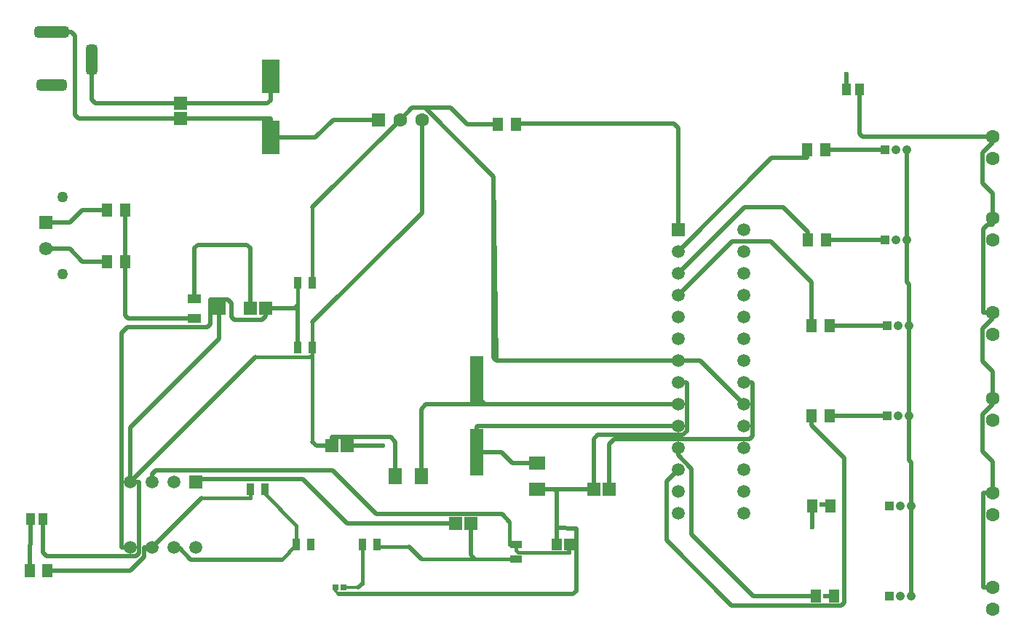
<source format=gtl>
G04*
G04 #@! TF.GenerationSoftware,Altium Limited,Altium Designer,21.2.2 (38)*
G04*
G04 Layer_Physical_Order=1*
G04 Layer_Color=255*
%FSLAX25Y25*%
%MOIN*%
G70*
G04*
G04 #@! TF.SameCoordinates,D655011B-D58E-49C3-9971-1785A8161550*
G04*
G04*
G04 #@! TF.FilePolarity,Positive*
G04*
G01*
G75*
%ADD16R,0.07874X0.15748*%
%ADD17R,0.03937X0.05315*%
%ADD18R,0.04750X0.05938*%
%ADD19R,0.06127X0.05924*%
%ADD20R,0.03347X0.05315*%
%ADD21R,0.06299X0.04331*%
%ADD22R,0.06299X0.06299*%
%ADD23R,0.05924X0.06127*%
%ADD24R,0.05906X0.21654*%
%ADD25R,0.07505X0.05924*%
%ADD26R,0.05924X0.07505*%
%ADD27R,0.05315X0.03347*%
%ADD28R,0.04528X0.05315*%
%ADD29R,0.02631X0.02648*%
%ADD30R,0.04331X0.05315*%
%ADD43R,0.06181X0.06181*%
%ADD44C,0.06181*%
%ADD45C,0.05000*%
%ADD54C,0.01968*%
%ADD55C,0.01673*%
%ADD56C,0.01315*%
G04:AMPARAMS|DCode=57|XSize=157.48mil|YSize=51.18mil|CornerRadius=12.8mil|HoleSize=0mil|Usage=FLASHONLY|Rotation=180.000|XOffset=0mil|YOffset=0mil|HoleType=Round|Shape=RoundedRectangle|*
%AMROUNDEDRECTD57*
21,1,0.15748,0.02559,0,0,180.0*
21,1,0.13189,0.05118,0,0,180.0*
1,1,0.02559,-0.06594,0.01280*
1,1,0.02559,0.06594,0.01280*
1,1,0.02559,0.06594,-0.01280*
1,1,0.02559,-0.06594,-0.01280*
%
%ADD57ROUNDEDRECTD57*%
G04:AMPARAMS|DCode=58|XSize=137.8mil|YSize=51.18mil|CornerRadius=12.8mil|HoleSize=0mil|Usage=FLASHONLY|Rotation=180.000|XOffset=0mil|YOffset=0mil|HoleType=Round|Shape=RoundedRectangle|*
%AMROUNDEDRECTD58*
21,1,0.13780,0.02559,0,0,180.0*
21,1,0.11221,0.05118,0,0,180.0*
1,1,0.02559,-0.05610,0.01280*
1,1,0.02559,0.05610,0.01280*
1,1,0.02559,0.05610,-0.01280*
1,1,0.02559,-0.05610,-0.01280*
%
%ADD58ROUNDEDRECTD58*%
G04:AMPARAMS|DCode=59|XSize=137.8mil|YSize=51.18mil|CornerRadius=12.8mil|HoleSize=0mil|Usage=FLASHONLY|Rotation=270.000|XOffset=0mil|YOffset=0mil|HoleType=Round|Shape=RoundedRectangle|*
%AMROUNDEDRECTD59*
21,1,0.13780,0.02559,0,0,270.0*
21,1,0.11221,0.05118,0,0,270.0*
1,1,0.02559,-0.01280,-0.05610*
1,1,0.02559,-0.01280,0.05610*
1,1,0.02559,0.01280,0.05610*
1,1,0.02559,0.01280,-0.05610*
%
%ADD59ROUNDEDRECTD59*%
%ADD60R,0.06299X0.06299*%
%ADD61C,0.06299*%
%ADD62R,0.04134X0.04134*%
%ADD63C,0.04134*%
%ADD64C,0.05906*%
%ADD65R,0.05906X0.05906*%
%ADD66R,0.05906X0.05906*%
%ADD67C,0.02362*%
D16*
X163386Y313189D02*
D03*
Y285236D02*
D03*
D17*
X433071Y307087D02*
D03*
X427165D02*
D03*
D18*
X88382Y251968D02*
D03*
X96657D02*
D03*
X267516Y291339D02*
D03*
X275791D02*
D03*
X409048Y279528D02*
D03*
X417323D02*
D03*
X88382Y228347D02*
D03*
X96657D02*
D03*
X409449Y238189D02*
D03*
X417723D02*
D03*
X411017Y198819D02*
D03*
X419291D02*
D03*
X411217Y157480D02*
D03*
X419492D02*
D03*
X61224Y86614D02*
D03*
X52949D02*
D03*
X411417Y116142D02*
D03*
X419692D02*
D03*
X413186Y74803D02*
D03*
X421460D02*
D03*
D19*
X122047Y293698D02*
D03*
Y300791D02*
D03*
D20*
X175886Y218504D02*
D03*
X182382D02*
D03*
Y188976D02*
D03*
X175886D02*
D03*
X160728Y124016D02*
D03*
X154232D02*
D03*
X205413Y98425D02*
D03*
X211909D02*
D03*
X175197D02*
D03*
X181693D02*
D03*
D21*
X128346Y211221D02*
D03*
Y202165D02*
D03*
D22*
X139764Y206693D02*
D03*
D23*
X161027D02*
D03*
X153934D02*
D03*
X318507Y124016D02*
D03*
X311414D02*
D03*
X198428Y143701D02*
D03*
X191336D02*
D03*
X248032Y108268D02*
D03*
X255124D02*
D03*
D24*
X257874Y174213D02*
D03*
Y140748D02*
D03*
D25*
X285433Y135833D02*
D03*
Y124016D02*
D03*
D26*
X232286Y129921D02*
D03*
X220469D02*
D03*
D27*
X275591Y91929D02*
D03*
Y98425D02*
D03*
D28*
X300098D02*
D03*
X294390D02*
D03*
D29*
X192913Y78740D02*
D03*
X196867D02*
D03*
D30*
X53543Y110236D02*
D03*
X59055D02*
D03*
D43*
X60295Y246063D02*
D03*
D44*
Y234252D02*
D03*
D45*
X68012Y257874D02*
D03*
Y222441D02*
D03*
D54*
X294390Y106140D02*
Y122766D01*
Y98425D02*
Y106140D01*
X175886Y188976D02*
Y208140D01*
X233988Y298690D02*
X245890D01*
X129173Y128490D02*
X178190D01*
X61224Y86590D02*
X99090D01*
X491890Y245290D02*
X494095D01*
X275791Y291390D02*
X348140D01*
X384490Y74790D02*
X413186D01*
X415590Y116690D02*
X419692D01*
X417290Y74790D02*
X421460D01*
X128390Y211221D02*
Y234390D01*
X261508Y162756D02*
X349921D01*
X234390D02*
X261508D01*
X285433Y124016D02*
X293140D01*
X294390Y122766D01*
X293140Y124016D02*
X311414D01*
X99173Y127205D02*
X103035D01*
X103150Y127090D01*
Y94450D02*
Y127090D01*
X101890Y93190D02*
X103150Y94450D01*
X60640Y93190D02*
X101890D01*
X59055Y94774D02*
X60640Y93190D01*
X59055Y94774D02*
Y110236D01*
X99173Y127205D02*
Y152123D01*
X139764Y192714D01*
Y206693D01*
X99173Y127205D02*
X156358Y184390D01*
X182382Y200382D02*
X232598Y250598D01*
Y293307D01*
X454882Y238189D02*
Y279528D01*
Y218895D02*
Y238189D01*
Y218895D02*
X455787Y217990D01*
Y198819D02*
Y217990D01*
Y157480D02*
Y198819D01*
Y137253D02*
Y157480D01*
Y137253D02*
X456850Y136190D01*
Y116142D02*
Y136190D01*
Y74803D02*
Y116142D01*
X194390Y75790D02*
X301890D01*
X303390Y77290D01*
Y105890D01*
X294390Y106140D02*
X303390Y105890D01*
X182382Y145640D02*
X184321Y143701D01*
X191336D01*
X349921Y172756D02*
X353890D01*
X353990Y172656D01*
Y150640D02*
Y172656D01*
X352090Y148740D02*
X353990Y150640D01*
X313140Y148740D02*
X352090D01*
X311414Y147015D02*
X313140Y148740D01*
X311414Y124016D02*
Y147015D01*
X220469Y129921D02*
Y145640D01*
X218319Y147790D02*
X220469Y145640D01*
X191436Y147790D02*
X218319D01*
X191336Y147690D02*
X191436Y147790D01*
X191336Y143701D02*
Y147690D01*
X122047Y300791D02*
X161890D01*
X163386Y302287D01*
Y313189D01*
X81496Y302434D02*
Y320866D01*
Y302434D02*
X83140Y300791D01*
X122047D01*
X95290Y97205D02*
X99173D01*
X95190Y97305D02*
X95290Y97205D01*
X95190Y97305D02*
Y195640D01*
X97690Y198140D01*
X134340D01*
X135590Y199390D01*
Y210766D01*
X135690Y210866D01*
X143790D01*
X145487Y209169D01*
Y202992D02*
Y209169D01*
Y202992D02*
X146890Y201590D01*
X159477D01*
X161027Y203140D01*
Y206693D01*
X174439D01*
X175886Y208140D01*
X349921Y182756D02*
X359921D01*
X379921Y162756D01*
X265548Y184098D02*
X266890Y182756D01*
X265548Y184098D02*
Y267130D01*
X227981Y298690D02*
X233988D01*
X253241Y291339D02*
X267516D01*
X245890Y298690D02*
X253241Y291339D01*
X222598Y293307D02*
X227981Y298690D01*
X266890Y182756D02*
X349921D01*
X265548Y267130D02*
X266890Y182756D01*
X233988Y298690D02*
X265548Y267130D01*
X182382Y253091D02*
X222598Y293307D01*
X198428Y143701D02*
X214690D01*
X129173Y127205D02*
Y128490D01*
X178190D02*
X198412Y108268D01*
X248032D01*
X61224Y86590D02*
Y86614D01*
X99090Y86590D02*
X105458Y92958D01*
Y97023D01*
X109173Y97205D01*
X131758Y119790D01*
X119173Y97205D02*
X121275D01*
X126890Y91590D01*
X168361D01*
X494095Y122205D02*
Y136485D01*
X489490Y141090D02*
X494095Y136485D01*
X489490Y141090D02*
Y158185D01*
X494095Y162790D01*
Y165512D01*
X489990Y122205D02*
X494095D01*
X489890Y122105D02*
X489990Y122205D01*
X489890Y78998D02*
Y122105D01*
Y78998D02*
X489990Y78898D01*
X494095D01*
Y165512D02*
Y177890D01*
X489490Y182495D02*
X494095Y177890D01*
X489490Y182495D02*
Y197490D01*
X494095Y202095D01*
Y204882D01*
X489990D02*
X494095D01*
X489890Y204982D02*
X489990Y204882D01*
X489890Y204982D02*
Y243290D01*
X491890Y245290D01*
X494095D02*
Y248189D01*
Y259585D01*
X489490Y264190D02*
X494095Y259585D01*
X489490Y264190D02*
Y278285D01*
X494095Y282890D01*
Y285591D01*
X434370D02*
X494095D01*
X433071Y286890D02*
X434370Y285591D01*
X433071Y286890D02*
Y307087D01*
X275791Y291339D02*
Y291390D01*
X348140D02*
X349921Y289608D01*
Y242756D02*
Y289608D01*
Y232756D02*
X392855Y275690D01*
X408948D01*
X409048Y275790D01*
Y279528D01*
X349921Y222756D02*
X380334Y253168D01*
X398170D01*
X409449Y241890D01*
Y238189D02*
Y241890D01*
X349921Y212756D02*
X374803Y237638D01*
X392278D01*
X411017Y218899D01*
Y198819D02*
Y218899D01*
X349921Y139390D02*
Y142756D01*
Y139390D02*
X356090Y133221D01*
Y103190D02*
Y133221D01*
Y103190D02*
X384490Y74790D01*
X413186D02*
Y74803D01*
X344790Y127624D02*
X349921Y132756D01*
X344790Y100390D02*
Y127624D01*
Y100390D02*
X374540Y70640D01*
X424840D01*
X426090Y71890D01*
Y138217D01*
X411217Y153090D02*
X426090Y138217D01*
X411217Y153090D02*
Y157480D01*
X411417Y106490D02*
Y116142D01*
X98140Y202165D02*
X128346D01*
X96657Y203648D02*
X98140Y202165D01*
X96657Y203648D02*
Y228347D01*
Y251968D01*
X419291Y198819D02*
X445787D01*
X419492Y157480D02*
X445787D01*
X417323Y279528D02*
X444882D01*
X417723Y238189D02*
X444882D01*
X419692Y116142D02*
Y116690D01*
X421460Y74790D02*
Y74803D01*
X427165Y307087D02*
Y314290D01*
X62992Y333465D02*
X72015D01*
X73590Y331890D01*
Y295640D02*
Y331890D01*
Y295640D02*
X75532Y293698D01*
X122047D01*
X191961Y293307D02*
X212598D01*
X183890Y285236D02*
X191961Y293307D01*
X163386Y285236D02*
X183890D01*
X163386D02*
Y293590D01*
X163278Y293698D02*
X163386Y293590D01*
X122047Y293698D02*
X163278D01*
X77195Y251968D02*
X88382D01*
X71290Y246063D02*
X77195Y251968D01*
X60295Y246063D02*
X71290D01*
X77195Y228347D02*
X88382D01*
X71290Y234252D02*
X77195Y228347D01*
X60295Y234252D02*
X71290D01*
X53543Y98684D02*
Y110236D01*
X52949Y98090D02*
X53543Y98684D01*
X52949Y86614D02*
Y98090D01*
X128346Y211221D02*
X128390D01*
Y234390D02*
X129990Y235990D01*
X152334D01*
X153934Y234390D01*
Y206693D02*
Y234390D01*
X203514Y78740D02*
X205413Y80640D01*
X257874Y166390D02*
Y174213D01*
Y166390D02*
X261508Y162756D01*
X232286Y129921D02*
Y160653D01*
X234390Y162756D01*
X226690Y97590D02*
X232350Y91929D01*
X255124Y93695D02*
X256890Y91929D01*
X255124Y93695D02*
Y108268D01*
X299998Y94790D02*
X300098Y94890D01*
Y98425D01*
X109173Y127205D02*
Y130923D01*
X110640Y132390D01*
X191890D01*
X211890Y112390D01*
X269390D01*
X272904Y108875D01*
X274105Y135833D02*
X285433D01*
X269190Y140748D02*
X274105Y135833D01*
X257874Y140748D02*
X269190D01*
X257874D02*
Y152640D01*
X257990Y152756D01*
X349921D01*
X318507Y124016D02*
Y144600D01*
X320640Y146732D01*
X382582D01*
X383990Y148140D01*
Y172656D01*
X383890Y172756D02*
X383990Y172656D01*
X379921Y172756D02*
X383890D01*
D55*
X182382Y145640D02*
Y185640D01*
X211909Y97590D02*
X226690D01*
X232350Y91929D02*
X256890D01*
X272904Y98425D02*
Y108875D01*
X156358Y184390D02*
X181132D01*
X182382Y185640D01*
Y188976D01*
Y200382D01*
X175886Y208140D02*
Y218504D01*
X182382D02*
Y253091D01*
X131758Y119790D02*
X154132D01*
X154232Y119890D01*
Y124016D01*
X168361Y91590D02*
X175197Y98425D01*
Y107321D01*
X160728Y121790D02*
X175197Y107321D01*
X160728Y121790D02*
Y124016D01*
X205413Y80640D02*
Y98425D01*
X211909Y97590D02*
Y98425D01*
X256890Y91929D02*
X275591D01*
Y95989D02*
Y98425D01*
Y95989D02*
X276790Y94790D01*
X299998D01*
X272904Y98425D02*
X275591D01*
D56*
X192913Y77266D02*
Y78740D01*
Y77266D02*
X194390Y75790D01*
X196867Y78740D02*
X203514D01*
D57*
X62992Y333465D02*
D03*
D58*
Y309055D02*
D03*
D59*
X81496Y320866D02*
D03*
D60*
X212598Y293307D02*
D03*
D61*
X222598D02*
D03*
X232598D02*
D03*
X494095Y285591D02*
D03*
Y275591D02*
D03*
Y248189D02*
D03*
Y238189D02*
D03*
Y204882D02*
D03*
Y194882D02*
D03*
Y165512D02*
D03*
Y155512D02*
D03*
Y122205D02*
D03*
Y112205D02*
D03*
Y78898D02*
D03*
Y68898D02*
D03*
D62*
X444882Y279528D02*
D03*
Y238189D02*
D03*
X445787Y198819D02*
D03*
Y157480D02*
D03*
X446850Y116142D02*
D03*
Y74803D02*
D03*
D63*
X449882Y279528D02*
D03*
X454882D02*
D03*
X449882Y238189D02*
D03*
X454882D02*
D03*
X450787Y198819D02*
D03*
X455787D02*
D03*
X450787Y157480D02*
D03*
X455787D02*
D03*
X451850Y116142D02*
D03*
X456850D02*
D03*
X451850Y74803D02*
D03*
X456850D02*
D03*
D64*
X379921Y112756D02*
D03*
Y122756D02*
D03*
Y132756D02*
D03*
Y142756D02*
D03*
Y152756D02*
D03*
Y162756D02*
D03*
Y172756D02*
D03*
Y182756D02*
D03*
Y192756D02*
D03*
Y202756D02*
D03*
Y212756D02*
D03*
Y222756D02*
D03*
Y232756D02*
D03*
Y242756D02*
D03*
X349921Y112756D02*
D03*
Y122756D02*
D03*
Y132756D02*
D03*
Y142756D02*
D03*
Y152756D02*
D03*
Y162756D02*
D03*
Y172756D02*
D03*
Y182756D02*
D03*
Y192756D02*
D03*
Y202756D02*
D03*
Y212756D02*
D03*
Y222756D02*
D03*
Y232756D02*
D03*
X99173Y97205D02*
D03*
X109173D02*
D03*
X119173D02*
D03*
X129173D02*
D03*
X99173Y127205D02*
D03*
X109173D02*
D03*
X119173D02*
D03*
D65*
X349921Y242756D02*
D03*
D66*
X129173Y127205D02*
D03*
D67*
X214690Y143701D02*
D03*
X411417Y106490D02*
D03*
X415590Y116690D02*
D03*
X417290Y74790D02*
D03*
X427165Y314290D02*
D03*
M02*

</source>
